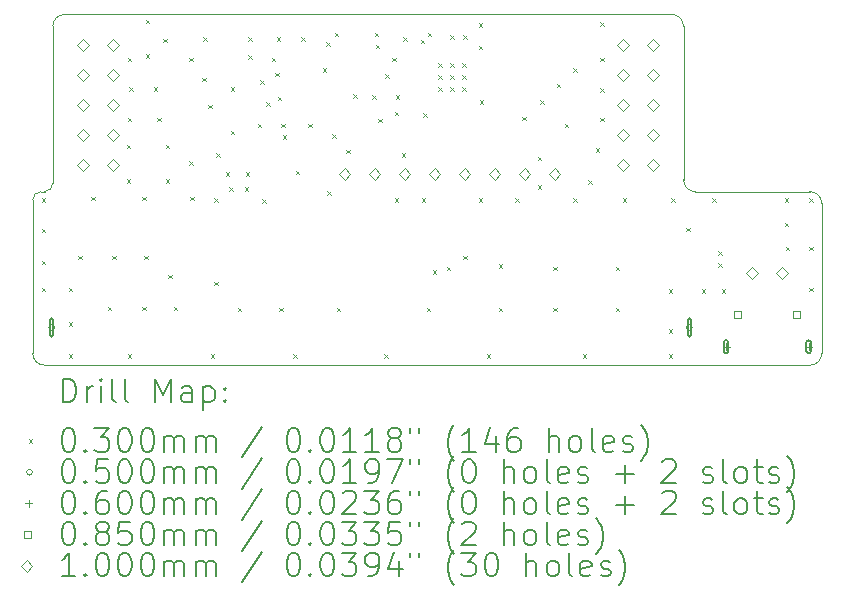
<source format=gbr>
%FSLAX45Y45*%
G04 Gerber Fmt 4.5, Leading zero omitted, Abs format (unit mm)*
G04 Created by KiCad (PCBNEW 5.99.0-unknown-acf13a186~104~ubuntu20.04.1) date 2020-09-23 11:22:36*
%MOMM*%
%LPD*%
G01*
G04 APERTURE LIST*
%TA.AperFunction,Profile*%
%ADD10C,0.050000*%
%TD*%
%ADD11C,0.200000*%
%ADD12C,0.030000*%
%ADD13C,0.050000*%
%ADD14C,0.060000*%
%ADD15C,0.085000*%
%ADD16C,0.100000*%
G04 APERTURE END LIST*
D10*
X9550000Y-11930000D02*
G75*
G03*
X9480000Y-12000000I0J-70000D01*
G01*
X9650000Y-10530000D02*
X9650000Y-11860000D01*
X9580000Y-11930000D02*
G75*
G03*
X9650000Y-11860000I0J70000D01*
G01*
X9480000Y-12000000D02*
X9480000Y-13300000D01*
X9750000Y-10430000D02*
G75*
G03*
X9650000Y-10530000I0J-100000D01*
G01*
X9480000Y-13300000D02*
G75*
G03*
X9580000Y-13400000I100000J0D01*
G01*
X16060000Y-11930000D02*
X15090000Y-11930000D01*
X14990000Y-11830000D02*
G75*
G03*
X15090000Y-11930000I100000J0D01*
G01*
X16060000Y-13400000D02*
G75*
G03*
X16160000Y-13300000I0J100000D01*
G01*
X9580000Y-13400000D02*
X16060000Y-13400000D01*
X9550000Y-11930000D02*
X9580000Y-11930000D01*
X16160000Y-13300000D02*
X16160000Y-12030000D01*
X14990000Y-10530000D02*
G75*
G03*
X14890000Y-10430000I-100000J0D01*
G01*
X14890000Y-10430000D02*
X9750000Y-10430000D01*
X14990000Y-11830000D02*
X14990000Y-10530000D01*
X16160000Y-12030000D02*
G75*
G03*
X16060000Y-11930000I-100000J0D01*
G01*
D11*
D12*
X9555000Y-11985000D02*
X9585000Y-12015000D01*
X9585000Y-11985000D02*
X9555000Y-12015000D01*
X9555000Y-12245000D02*
X9585000Y-12275000D01*
X9585000Y-12245000D02*
X9555000Y-12275000D01*
X9555000Y-12515000D02*
X9585000Y-12545000D01*
X9585000Y-12515000D02*
X9555000Y-12545000D01*
X9555000Y-12745000D02*
X9585000Y-12775000D01*
X9585000Y-12745000D02*
X9555000Y-12775000D01*
X9785000Y-12745000D02*
X9815000Y-12775000D01*
X9815000Y-12745000D02*
X9785000Y-12775000D01*
X9785000Y-13035000D02*
X9815000Y-13065000D01*
X9815000Y-13035000D02*
X9785000Y-13065000D01*
X9785000Y-13305000D02*
X9815000Y-13335000D01*
X9815000Y-13305000D02*
X9785000Y-13335000D01*
X9865000Y-12475000D02*
X9895000Y-12505000D01*
X9895000Y-12475000D02*
X9865000Y-12505000D01*
X9975000Y-11975000D02*
X10005000Y-12005000D01*
X10005000Y-11975000D02*
X9975000Y-12005000D01*
X10115000Y-12905000D02*
X10145000Y-12935000D01*
X10145000Y-12905000D02*
X10115000Y-12935000D01*
X10155000Y-12475000D02*
X10185000Y-12505000D01*
X10185000Y-12475000D02*
X10155000Y-12505000D01*
X10275000Y-11535000D02*
X10305000Y-11565000D01*
X10305000Y-11535000D02*
X10275000Y-11565000D01*
X10275000Y-11825000D02*
X10305000Y-11855000D01*
X10305000Y-11825000D02*
X10275000Y-11855000D01*
X10285000Y-10795000D02*
X10315000Y-10825000D01*
X10315000Y-10795000D02*
X10285000Y-10825000D01*
X10285000Y-11305000D02*
X10315000Y-11335000D01*
X10315000Y-11305000D02*
X10285000Y-11335000D01*
X10285000Y-13305000D02*
X10315000Y-13335000D01*
X10315000Y-13305000D02*
X10285000Y-13335000D01*
X10295000Y-11045000D02*
X10325000Y-11075000D01*
X10325000Y-11045000D02*
X10295000Y-11075000D01*
X10405000Y-11975000D02*
X10435000Y-12005000D01*
X10435000Y-11975000D02*
X10405000Y-12005000D01*
X10405000Y-12905000D02*
X10435000Y-12935000D01*
X10435000Y-12905000D02*
X10405000Y-12935000D01*
X10425000Y-12475000D02*
X10455000Y-12505000D01*
X10455000Y-12475000D02*
X10425000Y-12505000D01*
X10435000Y-10475000D02*
X10465000Y-10505000D01*
X10465000Y-10475000D02*
X10435000Y-10505000D01*
X10435000Y-10765000D02*
X10465000Y-10795000D01*
X10465000Y-10765000D02*
X10435000Y-10795000D01*
X10505000Y-11045000D02*
X10535000Y-11075000D01*
X10535000Y-11045000D02*
X10505000Y-11075000D01*
X10535000Y-11305000D02*
X10565000Y-11335000D01*
X10565000Y-11305000D02*
X10535000Y-11335000D01*
X10585000Y-10635000D02*
X10615000Y-10665000D01*
X10615000Y-10635000D02*
X10585000Y-10665000D01*
X10605000Y-11535000D02*
X10635000Y-11565000D01*
X10635000Y-11535000D02*
X10605000Y-11565000D01*
X10605000Y-11825000D02*
X10635000Y-11855000D01*
X10635000Y-11825000D02*
X10605000Y-11855000D01*
X10625000Y-12635000D02*
X10655000Y-12665000D01*
X10655000Y-12635000D02*
X10625000Y-12665000D01*
X10675000Y-12905000D02*
X10705000Y-12935000D01*
X10705000Y-12905000D02*
X10675000Y-12935000D01*
X10805000Y-10795000D02*
X10835000Y-10825000D01*
X10835000Y-10795000D02*
X10805000Y-10825000D01*
X10805000Y-11675000D02*
X10835000Y-11705000D01*
X10835000Y-11675000D02*
X10805000Y-11705000D01*
X10815000Y-11975000D02*
X10845000Y-12005000D01*
X10845000Y-11975000D02*
X10815000Y-12005000D01*
X10915000Y-10965000D02*
X10945000Y-10995000D01*
X10945000Y-10965000D02*
X10915000Y-10995000D01*
X10925000Y-10625000D02*
X10955000Y-10655000D01*
X10955000Y-10625000D02*
X10925000Y-10655000D01*
X10965000Y-11195000D02*
X10995000Y-11225000D01*
X10995000Y-11195000D02*
X10965000Y-11225000D01*
X10985000Y-13305000D02*
X11015000Y-13335000D01*
X11015000Y-13305000D02*
X10985000Y-13335000D01*
X11015000Y-11985000D02*
X11045000Y-12015000D01*
X11045000Y-11985000D02*
X11015000Y-12015000D01*
X11015000Y-12695000D02*
X11045000Y-12725000D01*
X11045000Y-12695000D02*
X11015000Y-12725000D01*
X11035000Y-11605000D02*
X11065000Y-11635000D01*
X11065000Y-11605000D02*
X11035000Y-11635000D01*
X11115000Y-11765000D02*
X11145000Y-11795000D01*
X11145000Y-11765000D02*
X11115000Y-11795000D01*
X11145000Y-11895000D02*
X11175000Y-11925000D01*
X11175000Y-11895000D02*
X11145000Y-11925000D01*
X11155000Y-11045000D02*
X11185000Y-11075000D01*
X11185000Y-11045000D02*
X11155000Y-11075000D01*
X11155000Y-11415000D02*
X11185000Y-11445000D01*
X11185000Y-11415000D02*
X11155000Y-11445000D01*
X11215000Y-12915000D02*
X11245000Y-12945000D01*
X11245000Y-12915000D02*
X11215000Y-12945000D01*
X11275000Y-11895000D02*
X11305000Y-11925000D01*
X11305000Y-11895000D02*
X11275000Y-11925000D01*
X11285000Y-11765000D02*
X11315000Y-11795000D01*
X11315000Y-11765000D02*
X11285000Y-11795000D01*
X11305000Y-10625000D02*
X11335000Y-10655000D01*
X11335000Y-10625000D02*
X11305000Y-10655000D01*
X11305000Y-10775000D02*
X11335000Y-10805000D01*
X11335000Y-10775000D02*
X11305000Y-10805000D01*
X11385000Y-11355000D02*
X11415000Y-11385000D01*
X11415000Y-11355000D02*
X11385000Y-11385000D01*
X11405000Y-10985000D02*
X11435000Y-11015000D01*
X11435000Y-10985000D02*
X11405000Y-11015000D01*
X11425000Y-11995000D02*
X11455000Y-12025000D01*
X11455000Y-11995000D02*
X11425000Y-12025000D01*
X11455000Y-11175000D02*
X11485000Y-11205000D01*
X11485000Y-11175000D02*
X11455000Y-11205000D01*
X11505000Y-10795000D02*
X11535000Y-10825000D01*
X11535000Y-10795000D02*
X11505000Y-10825000D01*
X11535000Y-10925000D02*
X11565000Y-10955000D01*
X11565000Y-10925000D02*
X11535000Y-10955000D01*
X11545000Y-10625000D02*
X11575000Y-10655000D01*
X11575000Y-10625000D02*
X11545000Y-10655000D01*
X11555000Y-11125000D02*
X11585000Y-11155000D01*
X11585000Y-11125000D02*
X11555000Y-11155000D01*
X11565000Y-12915000D02*
X11595000Y-12945000D01*
X11595000Y-12915000D02*
X11565000Y-12945000D01*
X11585000Y-11355000D02*
X11615000Y-11385000D01*
X11615000Y-11355000D02*
X11585000Y-11385000D01*
X11595000Y-11455000D02*
X11625000Y-11485000D01*
X11625000Y-11455000D02*
X11595000Y-11485000D01*
X11685000Y-13305000D02*
X11715000Y-13335000D01*
X11715000Y-13305000D02*
X11685000Y-13335000D01*
X11705000Y-11755000D02*
X11735000Y-11785000D01*
X11735000Y-11755000D02*
X11705000Y-11785000D01*
X11755000Y-10625000D02*
X11785000Y-10655000D01*
X11785000Y-10625000D02*
X11755000Y-10655000D01*
X11811250Y-11355000D02*
X11841250Y-11385000D01*
X11841250Y-11355000D02*
X11811250Y-11385000D01*
X11935000Y-10885000D02*
X11965000Y-10915000D01*
X11965000Y-10885000D02*
X11935000Y-10915000D01*
X11965000Y-10665000D02*
X11995000Y-10695000D01*
X11995000Y-10665000D02*
X11965000Y-10695000D01*
X11975000Y-11925000D02*
X12005000Y-11955000D01*
X12005000Y-11925000D02*
X11975000Y-11955000D01*
X12015000Y-11445000D02*
X12045000Y-11475000D01*
X12045000Y-11445000D02*
X12015000Y-11475000D01*
X12035000Y-10585000D02*
X12065000Y-10615000D01*
X12065000Y-10585000D02*
X12035000Y-10615000D01*
X12055000Y-12915000D02*
X12085000Y-12945000D01*
X12085000Y-12915000D02*
X12055000Y-12945000D01*
X12135000Y-11575000D02*
X12165000Y-11605000D01*
X12165000Y-11575000D02*
X12135000Y-11605000D01*
X12195000Y-11105000D02*
X12225000Y-11135000D01*
X12225000Y-11105000D02*
X12195000Y-11135000D01*
X12355000Y-11115000D02*
X12385000Y-11145000D01*
X12385000Y-11115000D02*
X12355000Y-11145000D01*
X12375000Y-10585000D02*
X12405000Y-10615000D01*
X12405000Y-10585000D02*
X12375000Y-10615000D01*
X12385000Y-10685000D02*
X12415000Y-10715000D01*
X12415000Y-10685000D02*
X12385000Y-10715000D01*
X12405000Y-11315000D02*
X12435000Y-11345000D01*
X12435000Y-11315000D02*
X12405000Y-11345000D01*
X12455000Y-13305000D02*
X12485000Y-13335000D01*
X12485000Y-13305000D02*
X12455000Y-13335000D01*
X12465000Y-10935000D02*
X12495000Y-10965000D01*
X12495000Y-10935000D02*
X12465000Y-10965000D01*
X12525000Y-10795000D02*
X12555000Y-10825000D01*
X12555000Y-10795000D02*
X12525000Y-10825000D01*
X12545000Y-11255000D02*
X12575000Y-11285000D01*
X12575000Y-11255000D02*
X12545000Y-11285000D01*
X12545000Y-11985000D02*
X12575000Y-12015000D01*
X12575000Y-11985000D02*
X12545000Y-12015000D01*
X12555000Y-11115000D02*
X12585000Y-11145000D01*
X12585000Y-11115000D02*
X12555000Y-11145000D01*
X12605000Y-11605000D02*
X12635000Y-11635000D01*
X12635000Y-11605000D02*
X12605000Y-11635000D01*
X12615000Y-10625000D02*
X12645000Y-10655000D01*
X12645000Y-10625000D02*
X12615000Y-10655000D01*
X12765000Y-10645000D02*
X12795000Y-10675000D01*
X12795000Y-10645000D02*
X12765000Y-10675000D01*
X12775000Y-11985000D02*
X12805000Y-12015000D01*
X12805000Y-11985000D02*
X12775000Y-12015000D01*
X12785000Y-11265000D02*
X12815000Y-11295000D01*
X12815000Y-11265000D02*
X12785000Y-11295000D01*
X12815000Y-12915000D02*
X12845000Y-12945000D01*
X12845000Y-12915000D02*
X12815000Y-12945000D01*
X12825000Y-10585000D02*
X12855000Y-10615000D01*
X12855000Y-10585000D02*
X12825000Y-10615000D01*
X12865000Y-12595000D02*
X12895000Y-12625000D01*
X12895000Y-12595000D02*
X12865000Y-12625000D01*
X12985000Y-12565000D02*
X13015000Y-12595000D01*
X13015000Y-12565000D02*
X12985000Y-12595000D01*
X13015000Y-10605000D02*
X13045000Y-10635000D01*
X13045000Y-10605000D02*
X13015000Y-10635000D01*
X13125000Y-10605000D02*
X13155000Y-10635000D01*
X13155000Y-10605000D02*
X13125000Y-10635000D01*
X13125000Y-12475000D02*
X13155000Y-12505000D01*
X13155000Y-12475000D02*
X13125000Y-12505000D01*
X13255000Y-10505000D02*
X13285000Y-10535000D01*
X13285000Y-10505000D02*
X13255000Y-10535000D01*
X13255000Y-10695000D02*
X13285000Y-10725000D01*
X13285000Y-10695000D02*
X13255000Y-10725000D01*
X13255000Y-11985000D02*
X13285000Y-12015000D01*
X13285000Y-11985000D02*
X13255000Y-12015000D01*
X13265000Y-11155000D02*
X13295000Y-11185000D01*
X13295000Y-11155000D02*
X13265000Y-11185000D01*
X13325000Y-13305000D02*
X13355000Y-13335000D01*
X13355000Y-13305000D02*
X13325000Y-13335000D01*
X13425000Y-12545000D02*
X13455000Y-12575000D01*
X13455000Y-12545000D02*
X13425000Y-12575000D01*
X13425000Y-12915000D02*
X13455000Y-12945000D01*
X13455000Y-12915000D02*
X13425000Y-12945000D01*
X13565000Y-11985000D02*
X13595000Y-12015000D01*
X13595000Y-11985000D02*
X13565000Y-12015000D01*
X13625000Y-11295000D02*
X13655000Y-11325000D01*
X13655000Y-11295000D02*
X13625000Y-11325000D01*
X13755000Y-11635000D02*
X13785000Y-11665000D01*
X13785000Y-11635000D02*
X13755000Y-11665000D01*
X13755000Y-11875000D02*
X13785000Y-11905000D01*
X13785000Y-11875000D02*
X13755000Y-11905000D01*
X13775000Y-11155000D02*
X13805000Y-11185000D01*
X13805000Y-11155000D02*
X13775000Y-11185000D01*
X13885000Y-12565000D02*
X13915000Y-12595000D01*
X13915000Y-12565000D02*
X13885000Y-12595000D01*
X13885000Y-12915000D02*
X13915000Y-12945000D01*
X13915000Y-12915000D02*
X13885000Y-12945000D01*
X13915000Y-11015000D02*
X13945000Y-11045000D01*
X13945000Y-11015000D02*
X13915000Y-11045000D01*
X13985000Y-11355000D02*
X14015000Y-11385000D01*
X14015000Y-11355000D02*
X13985000Y-11385000D01*
X14055000Y-10885000D02*
X14085000Y-10915000D01*
X14085000Y-10885000D02*
X14055000Y-10915000D01*
X14055000Y-11985000D02*
X14085000Y-12015000D01*
X14085000Y-11985000D02*
X14055000Y-12015000D01*
X14135000Y-13305000D02*
X14165000Y-13335000D01*
X14165000Y-13305000D02*
X14135000Y-13335000D01*
X14185000Y-11835000D02*
X14215000Y-11865000D01*
X14215000Y-11835000D02*
X14185000Y-11865000D01*
X14245000Y-11565000D02*
X14275000Y-11595000D01*
X14275000Y-11565000D02*
X14245000Y-11595000D01*
X14285000Y-10495000D02*
X14315000Y-10525000D01*
X14315000Y-10495000D02*
X14285000Y-10525000D01*
X14285000Y-10795000D02*
X14315000Y-10825000D01*
X14315000Y-10795000D02*
X14285000Y-10825000D01*
X14285000Y-11055000D02*
X14315000Y-11085000D01*
X14315000Y-11055000D02*
X14285000Y-11085000D01*
X14285000Y-11305000D02*
X14315000Y-11335000D01*
X14315000Y-11305000D02*
X14285000Y-11335000D01*
X14415000Y-12565000D02*
X14445000Y-12595000D01*
X14445000Y-12565000D02*
X14415000Y-12595000D01*
X14415000Y-12915000D02*
X14445000Y-12945000D01*
X14445000Y-12915000D02*
X14415000Y-12945000D01*
X14475000Y-11985000D02*
X14505000Y-12015000D01*
X14505000Y-11985000D02*
X14475000Y-12015000D01*
X14865000Y-12755000D02*
X14895000Y-12785000D01*
X14895000Y-12755000D02*
X14865000Y-12785000D01*
X14865000Y-13095000D02*
X14895000Y-13125000D01*
X14895000Y-13095000D02*
X14865000Y-13125000D01*
X14865000Y-13305000D02*
X14895000Y-13335000D01*
X14895000Y-13305000D02*
X14865000Y-13335000D01*
X14885000Y-11985000D02*
X14915000Y-12015000D01*
X14915000Y-11985000D02*
X14885000Y-12015000D01*
X15015000Y-12235000D02*
X15045000Y-12265000D01*
X15045000Y-12235000D02*
X15015000Y-12265000D01*
X15145000Y-12755000D02*
X15175000Y-12785000D01*
X15175000Y-12755000D02*
X15145000Y-12785000D01*
X15235000Y-11985000D02*
X15265000Y-12015000D01*
X15265000Y-11985000D02*
X15235000Y-12015000D01*
X15285000Y-12435000D02*
X15315000Y-12465000D01*
X15315000Y-12435000D02*
X15285000Y-12465000D01*
X15285000Y-12535000D02*
X15315000Y-12565000D01*
X15315000Y-12535000D02*
X15285000Y-12565000D01*
X15315000Y-12755000D02*
X15345000Y-12785000D01*
X15345000Y-12755000D02*
X15315000Y-12785000D01*
X15845000Y-11985000D02*
X15875000Y-12015000D01*
X15875000Y-11985000D02*
X15845000Y-12015000D01*
X15845000Y-12195000D02*
X15875000Y-12225000D01*
X15875000Y-12195000D02*
X15845000Y-12225000D01*
X15855000Y-12395000D02*
X15885000Y-12425000D01*
X15885000Y-12395000D02*
X15855000Y-12425000D01*
X16055000Y-11985000D02*
X16085000Y-12015000D01*
X16085000Y-11985000D02*
X16055000Y-12015000D01*
X16055000Y-12395000D02*
X16085000Y-12425000D01*
X16085000Y-12395000D02*
X16055000Y-12425000D01*
X16055000Y-12745000D02*
X16085000Y-12775000D01*
X16085000Y-12745000D02*
X16055000Y-12775000D01*
X12915000Y-10845000D02*
X12945000Y-10875000D01*
X12945000Y-10845000D02*
X12915000Y-10875000D01*
X12915000Y-10945000D02*
X12945000Y-10975000D01*
X12945000Y-10945000D02*
X12915000Y-10975000D01*
X12915000Y-11045000D02*
X12945000Y-11075000D01*
X12945000Y-11045000D02*
X12915000Y-11075000D01*
X13015000Y-10845000D02*
X13045000Y-10875000D01*
X13045000Y-10845000D02*
X13015000Y-10875000D01*
X13015000Y-10945000D02*
X13045000Y-10975000D01*
X13045000Y-10945000D02*
X13015000Y-10975000D01*
X13015000Y-11045000D02*
X13045000Y-11075000D01*
X13045000Y-11045000D02*
X13015000Y-11075000D01*
X13115000Y-10845000D02*
X13145000Y-10875000D01*
X13145000Y-10845000D02*
X13115000Y-10875000D01*
X13115000Y-10945000D02*
X13145000Y-10975000D01*
X13145000Y-10945000D02*
X13115000Y-10975000D01*
X13115000Y-11045000D02*
X13145000Y-11075000D01*
X13145000Y-11045000D02*
X13115000Y-11075000D01*
D13*
X9665000Y-13081000D02*
G75*
G03*
X9665000Y-13081000I-25000J0D01*
G01*
D11*
X9655000Y-13146000D02*
X9655000Y-13016000D01*
X9625000Y-13146000D02*
X9625000Y-13016000D01*
X9655000Y-13016000D02*
G75*
G03*
X9625000Y-13016000I-15000J0D01*
G01*
X9625000Y-13146000D02*
G75*
G03*
X9655000Y-13146000I15000J0D01*
G01*
D13*
X15065000Y-13081000D02*
G75*
G03*
X15065000Y-13081000I-25000J0D01*
G01*
D11*
X15055000Y-13146000D02*
X15055000Y-13016000D01*
X15025000Y-13146000D02*
X15025000Y-13016000D01*
X15055000Y-13016000D02*
G75*
G03*
X15025000Y-13016000I-15000J0D01*
G01*
X15025000Y-13146000D02*
G75*
G03*
X15055000Y-13146000I15000J0D01*
G01*
D14*
X15350000Y-13213750D02*
X15350000Y-13273750D01*
X15320000Y-13243750D02*
X15380000Y-13243750D01*
D11*
X15370000Y-13278750D02*
X15370000Y-13208750D01*
X15330000Y-13278750D02*
X15330000Y-13208750D01*
X15370000Y-13208750D02*
G75*
G03*
X15330000Y-13208750I-20000J0D01*
G01*
X15330000Y-13278750D02*
G75*
G03*
X15370000Y-13278750I20000J0D01*
G01*
D14*
X16050000Y-13213750D02*
X16050000Y-13273750D01*
X16020000Y-13243750D02*
X16080000Y-13243750D01*
D11*
X16030000Y-13208750D02*
X16030000Y-13278750D01*
X16070000Y-13208750D02*
X16070000Y-13278750D01*
X16030000Y-13278750D02*
G75*
G03*
X16070000Y-13278750I20000J0D01*
G01*
X16070000Y-13208750D02*
G75*
G03*
X16030000Y-13208750I-20000J0D01*
G01*
D15*
X15480052Y-13003802D02*
X15480052Y-12943698D01*
X15419948Y-12943698D01*
X15419948Y-13003802D01*
X15480052Y-13003802D01*
X15980052Y-13003802D02*
X15980052Y-12943698D01*
X15919948Y-12943698D01*
X15919948Y-13003802D01*
X15980052Y-13003802D01*
D16*
X9906000Y-10737500D02*
X9956000Y-10687500D01*
X9906000Y-10637500D01*
X9856000Y-10687500D01*
X9906000Y-10737500D01*
X9906000Y-10991500D02*
X9956000Y-10941500D01*
X9906000Y-10891500D01*
X9856000Y-10941500D01*
X9906000Y-10991500D01*
X9906000Y-11245500D02*
X9956000Y-11195500D01*
X9906000Y-11145500D01*
X9856000Y-11195500D01*
X9906000Y-11245500D01*
X9906000Y-11499500D02*
X9956000Y-11449500D01*
X9906000Y-11399500D01*
X9856000Y-11449500D01*
X9906000Y-11499500D01*
X9906000Y-11753500D02*
X9956000Y-11703500D01*
X9906000Y-11653500D01*
X9856000Y-11703500D01*
X9906000Y-11753500D01*
X10160000Y-10737500D02*
X10210000Y-10687500D01*
X10160000Y-10637500D01*
X10110000Y-10687500D01*
X10160000Y-10737500D01*
X10160000Y-10991500D02*
X10210000Y-10941500D01*
X10160000Y-10891500D01*
X10110000Y-10941500D01*
X10160000Y-10991500D01*
X10160000Y-11245500D02*
X10210000Y-11195500D01*
X10160000Y-11145500D01*
X10110000Y-11195500D01*
X10160000Y-11245500D01*
X10160000Y-11499500D02*
X10210000Y-11449500D01*
X10160000Y-11399500D01*
X10110000Y-11449500D01*
X10160000Y-11499500D01*
X10160000Y-11753500D02*
X10210000Y-11703500D01*
X10160000Y-11653500D01*
X10110000Y-11703500D01*
X10160000Y-11753500D01*
X14478000Y-10737500D02*
X14528000Y-10687500D01*
X14478000Y-10637500D01*
X14428000Y-10687500D01*
X14478000Y-10737500D01*
X14478000Y-10991500D02*
X14528000Y-10941500D01*
X14478000Y-10891500D01*
X14428000Y-10941500D01*
X14478000Y-10991500D01*
X14478000Y-11245500D02*
X14528000Y-11195500D01*
X14478000Y-11145500D01*
X14428000Y-11195500D01*
X14478000Y-11245500D01*
X14478000Y-11499500D02*
X14528000Y-11449500D01*
X14478000Y-11399500D01*
X14428000Y-11449500D01*
X14478000Y-11499500D01*
X14478000Y-11753500D02*
X14528000Y-11703500D01*
X14478000Y-11653500D01*
X14428000Y-11703500D01*
X14478000Y-11753500D01*
X14732000Y-10737500D02*
X14782000Y-10687500D01*
X14732000Y-10637500D01*
X14682000Y-10687500D01*
X14732000Y-10737500D01*
X14732000Y-10991500D02*
X14782000Y-10941500D01*
X14732000Y-10891500D01*
X14682000Y-10941500D01*
X14732000Y-10991500D01*
X14732000Y-11245500D02*
X14782000Y-11195500D01*
X14732000Y-11145500D01*
X14682000Y-11195500D01*
X14732000Y-11245500D01*
X14732000Y-11499500D02*
X14782000Y-11449500D01*
X14732000Y-11399500D01*
X14682000Y-11449500D01*
X14732000Y-11499500D01*
X14732000Y-11753500D02*
X14782000Y-11703500D01*
X14732000Y-11653500D01*
X14682000Y-11703500D01*
X14732000Y-11753500D01*
X15570000Y-12670000D02*
X15620000Y-12620000D01*
X15570000Y-12570000D01*
X15520000Y-12620000D01*
X15570000Y-12670000D01*
X15824000Y-12670000D02*
X15874000Y-12620000D01*
X15824000Y-12570000D01*
X15774000Y-12620000D01*
X15824000Y-12670000D01*
X12120000Y-11830000D02*
X12170000Y-11780000D01*
X12120000Y-11730000D01*
X12070000Y-11780000D01*
X12120000Y-11830000D01*
X12374000Y-11830000D02*
X12424000Y-11780000D01*
X12374000Y-11730000D01*
X12324000Y-11780000D01*
X12374000Y-11830000D01*
X12628000Y-11830000D02*
X12678000Y-11780000D01*
X12628000Y-11730000D01*
X12578000Y-11780000D01*
X12628000Y-11830000D01*
X12882000Y-11830000D02*
X12932000Y-11780000D01*
X12882000Y-11730000D01*
X12832000Y-11780000D01*
X12882000Y-11830000D01*
X13136000Y-11830000D02*
X13186000Y-11780000D01*
X13136000Y-11730000D01*
X13086000Y-11780000D01*
X13136000Y-11830000D01*
X13390000Y-11830000D02*
X13440000Y-11780000D01*
X13390000Y-11730000D01*
X13340000Y-11780000D01*
X13390000Y-11830000D01*
X13644000Y-11830000D02*
X13694000Y-11780000D01*
X13644000Y-11730000D01*
X13594000Y-11780000D01*
X13644000Y-11830000D01*
X13898000Y-11830000D02*
X13948000Y-11780000D01*
X13898000Y-11730000D01*
X13848000Y-11780000D01*
X13898000Y-11830000D01*
D11*
X9735119Y-13712976D02*
X9735119Y-13512976D01*
X9782738Y-13512976D01*
X9811309Y-13522500D01*
X9830357Y-13541548D01*
X9839881Y-13560595D01*
X9849405Y-13598690D01*
X9849405Y-13627262D01*
X9839881Y-13665357D01*
X9830357Y-13684405D01*
X9811309Y-13703452D01*
X9782738Y-13712976D01*
X9735119Y-13712976D01*
X9935119Y-13712976D02*
X9935119Y-13579643D01*
X9935119Y-13617738D02*
X9944643Y-13598690D01*
X9954167Y-13589167D01*
X9973214Y-13579643D01*
X9992262Y-13579643D01*
X10058928Y-13712976D02*
X10058928Y-13579643D01*
X10058928Y-13512976D02*
X10049405Y-13522500D01*
X10058928Y-13532024D01*
X10068452Y-13522500D01*
X10058928Y-13512976D01*
X10058928Y-13532024D01*
X10182738Y-13712976D02*
X10163690Y-13703452D01*
X10154167Y-13684405D01*
X10154167Y-13512976D01*
X10287500Y-13712976D02*
X10268452Y-13703452D01*
X10258928Y-13684405D01*
X10258928Y-13512976D01*
X10516071Y-13712976D02*
X10516071Y-13512976D01*
X10582738Y-13655833D01*
X10649405Y-13512976D01*
X10649405Y-13712976D01*
X10830357Y-13712976D02*
X10830357Y-13608214D01*
X10820833Y-13589167D01*
X10801786Y-13579643D01*
X10763690Y-13579643D01*
X10744643Y-13589167D01*
X10830357Y-13703452D02*
X10811309Y-13712976D01*
X10763690Y-13712976D01*
X10744643Y-13703452D01*
X10735119Y-13684405D01*
X10735119Y-13665357D01*
X10744643Y-13646310D01*
X10763690Y-13636786D01*
X10811309Y-13636786D01*
X10830357Y-13627262D01*
X10925595Y-13579643D02*
X10925595Y-13779643D01*
X10925595Y-13589167D02*
X10944643Y-13579643D01*
X10982738Y-13579643D01*
X11001786Y-13589167D01*
X11011309Y-13598690D01*
X11020833Y-13617738D01*
X11020833Y-13674881D01*
X11011309Y-13693929D01*
X11001786Y-13703452D01*
X10982738Y-13712976D01*
X10944643Y-13712976D01*
X10925595Y-13703452D01*
X11106548Y-13693929D02*
X11116071Y-13703452D01*
X11106548Y-13712976D01*
X11097024Y-13703452D01*
X11106548Y-13693929D01*
X11106548Y-13712976D01*
X11106548Y-13589167D02*
X11116071Y-13598690D01*
X11106548Y-13608214D01*
X11097024Y-13598690D01*
X11106548Y-13589167D01*
X11106548Y-13608214D01*
D12*
X9447500Y-14027500D02*
X9477500Y-14057500D01*
X9477500Y-14027500D02*
X9447500Y-14057500D01*
D11*
X9773214Y-13932976D02*
X9792262Y-13932976D01*
X9811309Y-13942500D01*
X9820833Y-13952024D01*
X9830357Y-13971071D01*
X9839881Y-14009167D01*
X9839881Y-14056786D01*
X9830357Y-14094881D01*
X9820833Y-14113929D01*
X9811309Y-14123452D01*
X9792262Y-14132976D01*
X9773214Y-14132976D01*
X9754167Y-14123452D01*
X9744643Y-14113929D01*
X9735119Y-14094881D01*
X9725595Y-14056786D01*
X9725595Y-14009167D01*
X9735119Y-13971071D01*
X9744643Y-13952024D01*
X9754167Y-13942500D01*
X9773214Y-13932976D01*
X9925595Y-14113929D02*
X9935119Y-14123452D01*
X9925595Y-14132976D01*
X9916071Y-14123452D01*
X9925595Y-14113929D01*
X9925595Y-14132976D01*
X10001786Y-13932976D02*
X10125595Y-13932976D01*
X10058928Y-14009167D01*
X10087500Y-14009167D01*
X10106548Y-14018690D01*
X10116071Y-14028214D01*
X10125595Y-14047262D01*
X10125595Y-14094881D01*
X10116071Y-14113929D01*
X10106548Y-14123452D01*
X10087500Y-14132976D01*
X10030357Y-14132976D01*
X10011309Y-14123452D01*
X10001786Y-14113929D01*
X10249405Y-13932976D02*
X10268452Y-13932976D01*
X10287500Y-13942500D01*
X10297024Y-13952024D01*
X10306548Y-13971071D01*
X10316071Y-14009167D01*
X10316071Y-14056786D01*
X10306548Y-14094881D01*
X10297024Y-14113929D01*
X10287500Y-14123452D01*
X10268452Y-14132976D01*
X10249405Y-14132976D01*
X10230357Y-14123452D01*
X10220833Y-14113929D01*
X10211309Y-14094881D01*
X10201786Y-14056786D01*
X10201786Y-14009167D01*
X10211309Y-13971071D01*
X10220833Y-13952024D01*
X10230357Y-13942500D01*
X10249405Y-13932976D01*
X10439881Y-13932976D02*
X10458928Y-13932976D01*
X10477976Y-13942500D01*
X10487500Y-13952024D01*
X10497024Y-13971071D01*
X10506548Y-14009167D01*
X10506548Y-14056786D01*
X10497024Y-14094881D01*
X10487500Y-14113929D01*
X10477976Y-14123452D01*
X10458928Y-14132976D01*
X10439881Y-14132976D01*
X10420833Y-14123452D01*
X10411309Y-14113929D01*
X10401786Y-14094881D01*
X10392262Y-14056786D01*
X10392262Y-14009167D01*
X10401786Y-13971071D01*
X10411309Y-13952024D01*
X10420833Y-13942500D01*
X10439881Y-13932976D01*
X10592262Y-14132976D02*
X10592262Y-13999643D01*
X10592262Y-14018690D02*
X10601786Y-14009167D01*
X10620833Y-13999643D01*
X10649405Y-13999643D01*
X10668452Y-14009167D01*
X10677976Y-14028214D01*
X10677976Y-14132976D01*
X10677976Y-14028214D02*
X10687500Y-14009167D01*
X10706548Y-13999643D01*
X10735119Y-13999643D01*
X10754167Y-14009167D01*
X10763690Y-14028214D01*
X10763690Y-14132976D01*
X10858928Y-14132976D02*
X10858928Y-13999643D01*
X10858928Y-14018690D02*
X10868452Y-14009167D01*
X10887500Y-13999643D01*
X10916071Y-13999643D01*
X10935119Y-14009167D01*
X10944643Y-14028214D01*
X10944643Y-14132976D01*
X10944643Y-14028214D02*
X10954167Y-14009167D01*
X10973214Y-13999643D01*
X11001786Y-13999643D01*
X11020833Y-14009167D01*
X11030357Y-14028214D01*
X11030357Y-14132976D01*
X11420833Y-13923452D02*
X11249405Y-14180595D01*
X11677976Y-13932976D02*
X11697024Y-13932976D01*
X11716071Y-13942500D01*
X11725595Y-13952024D01*
X11735119Y-13971071D01*
X11744643Y-14009167D01*
X11744643Y-14056786D01*
X11735119Y-14094881D01*
X11725595Y-14113929D01*
X11716071Y-14123452D01*
X11697024Y-14132976D01*
X11677976Y-14132976D01*
X11658928Y-14123452D01*
X11649405Y-14113929D01*
X11639881Y-14094881D01*
X11630357Y-14056786D01*
X11630357Y-14009167D01*
X11639881Y-13971071D01*
X11649405Y-13952024D01*
X11658928Y-13942500D01*
X11677976Y-13932976D01*
X11830357Y-14113929D02*
X11839881Y-14123452D01*
X11830357Y-14132976D01*
X11820833Y-14123452D01*
X11830357Y-14113929D01*
X11830357Y-14132976D01*
X11963690Y-13932976D02*
X11982738Y-13932976D01*
X12001786Y-13942500D01*
X12011309Y-13952024D01*
X12020833Y-13971071D01*
X12030357Y-14009167D01*
X12030357Y-14056786D01*
X12020833Y-14094881D01*
X12011309Y-14113929D01*
X12001786Y-14123452D01*
X11982738Y-14132976D01*
X11963690Y-14132976D01*
X11944643Y-14123452D01*
X11935119Y-14113929D01*
X11925595Y-14094881D01*
X11916071Y-14056786D01*
X11916071Y-14009167D01*
X11925595Y-13971071D01*
X11935119Y-13952024D01*
X11944643Y-13942500D01*
X11963690Y-13932976D01*
X12220833Y-14132976D02*
X12106547Y-14132976D01*
X12163690Y-14132976D02*
X12163690Y-13932976D01*
X12144643Y-13961548D01*
X12125595Y-13980595D01*
X12106547Y-13990119D01*
X12411309Y-14132976D02*
X12297024Y-14132976D01*
X12354166Y-14132976D02*
X12354166Y-13932976D01*
X12335119Y-13961548D01*
X12316071Y-13980595D01*
X12297024Y-13990119D01*
X12525595Y-14018690D02*
X12506547Y-14009167D01*
X12497024Y-13999643D01*
X12487500Y-13980595D01*
X12487500Y-13971071D01*
X12497024Y-13952024D01*
X12506547Y-13942500D01*
X12525595Y-13932976D01*
X12563690Y-13932976D01*
X12582738Y-13942500D01*
X12592262Y-13952024D01*
X12601786Y-13971071D01*
X12601786Y-13980595D01*
X12592262Y-13999643D01*
X12582738Y-14009167D01*
X12563690Y-14018690D01*
X12525595Y-14018690D01*
X12506547Y-14028214D01*
X12497024Y-14037738D01*
X12487500Y-14056786D01*
X12487500Y-14094881D01*
X12497024Y-14113929D01*
X12506547Y-14123452D01*
X12525595Y-14132976D01*
X12563690Y-14132976D01*
X12582738Y-14123452D01*
X12592262Y-14113929D01*
X12601786Y-14094881D01*
X12601786Y-14056786D01*
X12592262Y-14037738D01*
X12582738Y-14028214D01*
X12563690Y-14018690D01*
X12677976Y-13932976D02*
X12677976Y-13971071D01*
X12754166Y-13932976D02*
X12754166Y-13971071D01*
X13049405Y-14209167D02*
X13039881Y-14199643D01*
X13020833Y-14171071D01*
X13011309Y-14152024D01*
X13001786Y-14123452D01*
X12992262Y-14075833D01*
X12992262Y-14037738D01*
X13001786Y-13990119D01*
X13011309Y-13961548D01*
X13020833Y-13942500D01*
X13039881Y-13913929D01*
X13049405Y-13904405D01*
X13230357Y-14132976D02*
X13116071Y-14132976D01*
X13173214Y-14132976D02*
X13173214Y-13932976D01*
X13154166Y-13961548D01*
X13135119Y-13980595D01*
X13116071Y-13990119D01*
X13401786Y-13999643D02*
X13401786Y-14132976D01*
X13354166Y-13923452D02*
X13306547Y-14066310D01*
X13430357Y-14066310D01*
X13592262Y-13932976D02*
X13554166Y-13932976D01*
X13535119Y-13942500D01*
X13525595Y-13952024D01*
X13506547Y-13980595D01*
X13497024Y-14018690D01*
X13497024Y-14094881D01*
X13506547Y-14113929D01*
X13516071Y-14123452D01*
X13535119Y-14132976D01*
X13573214Y-14132976D01*
X13592262Y-14123452D01*
X13601786Y-14113929D01*
X13611309Y-14094881D01*
X13611309Y-14047262D01*
X13601786Y-14028214D01*
X13592262Y-14018690D01*
X13573214Y-14009167D01*
X13535119Y-14009167D01*
X13516071Y-14018690D01*
X13506547Y-14028214D01*
X13497024Y-14047262D01*
X13849405Y-14132976D02*
X13849405Y-13932976D01*
X13935119Y-14132976D02*
X13935119Y-14028214D01*
X13925595Y-14009167D01*
X13906547Y-13999643D01*
X13877976Y-13999643D01*
X13858928Y-14009167D01*
X13849405Y-14018690D01*
X14058928Y-14132976D02*
X14039881Y-14123452D01*
X14030357Y-14113929D01*
X14020833Y-14094881D01*
X14020833Y-14037738D01*
X14030357Y-14018690D01*
X14039881Y-14009167D01*
X14058928Y-13999643D01*
X14087500Y-13999643D01*
X14106547Y-14009167D01*
X14116071Y-14018690D01*
X14125595Y-14037738D01*
X14125595Y-14094881D01*
X14116071Y-14113929D01*
X14106547Y-14123452D01*
X14087500Y-14132976D01*
X14058928Y-14132976D01*
X14239881Y-14132976D02*
X14220833Y-14123452D01*
X14211309Y-14104405D01*
X14211309Y-13932976D01*
X14392262Y-14123452D02*
X14373214Y-14132976D01*
X14335119Y-14132976D01*
X14316071Y-14123452D01*
X14306547Y-14104405D01*
X14306547Y-14028214D01*
X14316071Y-14009167D01*
X14335119Y-13999643D01*
X14373214Y-13999643D01*
X14392262Y-14009167D01*
X14401786Y-14028214D01*
X14401786Y-14047262D01*
X14306547Y-14066310D01*
X14477976Y-14123452D02*
X14497024Y-14132976D01*
X14535119Y-14132976D01*
X14554166Y-14123452D01*
X14563690Y-14104405D01*
X14563690Y-14094881D01*
X14554166Y-14075833D01*
X14535119Y-14066310D01*
X14506547Y-14066310D01*
X14487500Y-14056786D01*
X14477976Y-14037738D01*
X14477976Y-14028214D01*
X14487500Y-14009167D01*
X14506547Y-13999643D01*
X14535119Y-13999643D01*
X14554166Y-14009167D01*
X14630357Y-14209167D02*
X14639881Y-14199643D01*
X14658928Y-14171071D01*
X14668452Y-14152024D01*
X14677976Y-14123452D01*
X14687500Y-14075833D01*
X14687500Y-14037738D01*
X14677976Y-13990119D01*
X14668452Y-13961548D01*
X14658928Y-13942500D01*
X14639881Y-13913929D01*
X14630357Y-13904405D01*
D13*
X9477500Y-14306500D02*
G75*
G03*
X9477500Y-14306500I-25000J0D01*
G01*
D11*
X9773214Y-14196976D02*
X9792262Y-14196976D01*
X9811309Y-14206500D01*
X9820833Y-14216024D01*
X9830357Y-14235071D01*
X9839881Y-14273167D01*
X9839881Y-14320786D01*
X9830357Y-14358881D01*
X9820833Y-14377929D01*
X9811309Y-14387452D01*
X9792262Y-14396976D01*
X9773214Y-14396976D01*
X9754167Y-14387452D01*
X9744643Y-14377929D01*
X9735119Y-14358881D01*
X9725595Y-14320786D01*
X9725595Y-14273167D01*
X9735119Y-14235071D01*
X9744643Y-14216024D01*
X9754167Y-14206500D01*
X9773214Y-14196976D01*
X9925595Y-14377929D02*
X9935119Y-14387452D01*
X9925595Y-14396976D01*
X9916071Y-14387452D01*
X9925595Y-14377929D01*
X9925595Y-14396976D01*
X10116071Y-14196976D02*
X10020833Y-14196976D01*
X10011309Y-14292214D01*
X10020833Y-14282690D01*
X10039881Y-14273167D01*
X10087500Y-14273167D01*
X10106548Y-14282690D01*
X10116071Y-14292214D01*
X10125595Y-14311262D01*
X10125595Y-14358881D01*
X10116071Y-14377929D01*
X10106548Y-14387452D01*
X10087500Y-14396976D01*
X10039881Y-14396976D01*
X10020833Y-14387452D01*
X10011309Y-14377929D01*
X10249405Y-14196976D02*
X10268452Y-14196976D01*
X10287500Y-14206500D01*
X10297024Y-14216024D01*
X10306548Y-14235071D01*
X10316071Y-14273167D01*
X10316071Y-14320786D01*
X10306548Y-14358881D01*
X10297024Y-14377929D01*
X10287500Y-14387452D01*
X10268452Y-14396976D01*
X10249405Y-14396976D01*
X10230357Y-14387452D01*
X10220833Y-14377929D01*
X10211309Y-14358881D01*
X10201786Y-14320786D01*
X10201786Y-14273167D01*
X10211309Y-14235071D01*
X10220833Y-14216024D01*
X10230357Y-14206500D01*
X10249405Y-14196976D01*
X10439881Y-14196976D02*
X10458928Y-14196976D01*
X10477976Y-14206500D01*
X10487500Y-14216024D01*
X10497024Y-14235071D01*
X10506548Y-14273167D01*
X10506548Y-14320786D01*
X10497024Y-14358881D01*
X10487500Y-14377929D01*
X10477976Y-14387452D01*
X10458928Y-14396976D01*
X10439881Y-14396976D01*
X10420833Y-14387452D01*
X10411309Y-14377929D01*
X10401786Y-14358881D01*
X10392262Y-14320786D01*
X10392262Y-14273167D01*
X10401786Y-14235071D01*
X10411309Y-14216024D01*
X10420833Y-14206500D01*
X10439881Y-14196976D01*
X10592262Y-14396976D02*
X10592262Y-14263643D01*
X10592262Y-14282690D02*
X10601786Y-14273167D01*
X10620833Y-14263643D01*
X10649405Y-14263643D01*
X10668452Y-14273167D01*
X10677976Y-14292214D01*
X10677976Y-14396976D01*
X10677976Y-14292214D02*
X10687500Y-14273167D01*
X10706548Y-14263643D01*
X10735119Y-14263643D01*
X10754167Y-14273167D01*
X10763690Y-14292214D01*
X10763690Y-14396976D01*
X10858928Y-14396976D02*
X10858928Y-14263643D01*
X10858928Y-14282690D02*
X10868452Y-14273167D01*
X10887500Y-14263643D01*
X10916071Y-14263643D01*
X10935119Y-14273167D01*
X10944643Y-14292214D01*
X10944643Y-14396976D01*
X10944643Y-14292214D02*
X10954167Y-14273167D01*
X10973214Y-14263643D01*
X11001786Y-14263643D01*
X11020833Y-14273167D01*
X11030357Y-14292214D01*
X11030357Y-14396976D01*
X11420833Y-14187452D02*
X11249405Y-14444595D01*
X11677976Y-14196976D02*
X11697024Y-14196976D01*
X11716071Y-14206500D01*
X11725595Y-14216024D01*
X11735119Y-14235071D01*
X11744643Y-14273167D01*
X11744643Y-14320786D01*
X11735119Y-14358881D01*
X11725595Y-14377929D01*
X11716071Y-14387452D01*
X11697024Y-14396976D01*
X11677976Y-14396976D01*
X11658928Y-14387452D01*
X11649405Y-14377929D01*
X11639881Y-14358881D01*
X11630357Y-14320786D01*
X11630357Y-14273167D01*
X11639881Y-14235071D01*
X11649405Y-14216024D01*
X11658928Y-14206500D01*
X11677976Y-14196976D01*
X11830357Y-14377929D02*
X11839881Y-14387452D01*
X11830357Y-14396976D01*
X11820833Y-14387452D01*
X11830357Y-14377929D01*
X11830357Y-14396976D01*
X11963690Y-14196976D02*
X11982738Y-14196976D01*
X12001786Y-14206500D01*
X12011309Y-14216024D01*
X12020833Y-14235071D01*
X12030357Y-14273167D01*
X12030357Y-14320786D01*
X12020833Y-14358881D01*
X12011309Y-14377929D01*
X12001786Y-14387452D01*
X11982738Y-14396976D01*
X11963690Y-14396976D01*
X11944643Y-14387452D01*
X11935119Y-14377929D01*
X11925595Y-14358881D01*
X11916071Y-14320786D01*
X11916071Y-14273167D01*
X11925595Y-14235071D01*
X11935119Y-14216024D01*
X11944643Y-14206500D01*
X11963690Y-14196976D01*
X12220833Y-14396976D02*
X12106547Y-14396976D01*
X12163690Y-14396976D02*
X12163690Y-14196976D01*
X12144643Y-14225548D01*
X12125595Y-14244595D01*
X12106547Y-14254119D01*
X12316071Y-14396976D02*
X12354166Y-14396976D01*
X12373214Y-14387452D01*
X12382738Y-14377929D01*
X12401786Y-14349357D01*
X12411309Y-14311262D01*
X12411309Y-14235071D01*
X12401786Y-14216024D01*
X12392262Y-14206500D01*
X12373214Y-14196976D01*
X12335119Y-14196976D01*
X12316071Y-14206500D01*
X12306547Y-14216024D01*
X12297024Y-14235071D01*
X12297024Y-14282690D01*
X12306547Y-14301738D01*
X12316071Y-14311262D01*
X12335119Y-14320786D01*
X12373214Y-14320786D01*
X12392262Y-14311262D01*
X12401786Y-14301738D01*
X12411309Y-14282690D01*
X12477976Y-14196976D02*
X12611309Y-14196976D01*
X12525595Y-14396976D01*
X12677976Y-14196976D02*
X12677976Y-14235071D01*
X12754166Y-14196976D02*
X12754166Y-14235071D01*
X13049405Y-14473167D02*
X13039881Y-14463643D01*
X13020833Y-14435071D01*
X13011309Y-14416024D01*
X13001786Y-14387452D01*
X12992262Y-14339833D01*
X12992262Y-14301738D01*
X13001786Y-14254119D01*
X13011309Y-14225548D01*
X13020833Y-14206500D01*
X13039881Y-14177929D01*
X13049405Y-14168405D01*
X13163690Y-14196976D02*
X13182738Y-14196976D01*
X13201786Y-14206500D01*
X13211309Y-14216024D01*
X13220833Y-14235071D01*
X13230357Y-14273167D01*
X13230357Y-14320786D01*
X13220833Y-14358881D01*
X13211309Y-14377929D01*
X13201786Y-14387452D01*
X13182738Y-14396976D01*
X13163690Y-14396976D01*
X13144643Y-14387452D01*
X13135119Y-14377929D01*
X13125595Y-14358881D01*
X13116071Y-14320786D01*
X13116071Y-14273167D01*
X13125595Y-14235071D01*
X13135119Y-14216024D01*
X13144643Y-14206500D01*
X13163690Y-14196976D01*
X13468452Y-14396976D02*
X13468452Y-14196976D01*
X13554166Y-14396976D02*
X13554166Y-14292214D01*
X13544643Y-14273167D01*
X13525595Y-14263643D01*
X13497024Y-14263643D01*
X13477976Y-14273167D01*
X13468452Y-14282690D01*
X13677976Y-14396976D02*
X13658928Y-14387452D01*
X13649405Y-14377929D01*
X13639881Y-14358881D01*
X13639881Y-14301738D01*
X13649405Y-14282690D01*
X13658928Y-14273167D01*
X13677976Y-14263643D01*
X13706547Y-14263643D01*
X13725595Y-14273167D01*
X13735119Y-14282690D01*
X13744643Y-14301738D01*
X13744643Y-14358881D01*
X13735119Y-14377929D01*
X13725595Y-14387452D01*
X13706547Y-14396976D01*
X13677976Y-14396976D01*
X13858928Y-14396976D02*
X13839881Y-14387452D01*
X13830357Y-14368405D01*
X13830357Y-14196976D01*
X14011309Y-14387452D02*
X13992262Y-14396976D01*
X13954166Y-14396976D01*
X13935119Y-14387452D01*
X13925595Y-14368405D01*
X13925595Y-14292214D01*
X13935119Y-14273167D01*
X13954166Y-14263643D01*
X13992262Y-14263643D01*
X14011309Y-14273167D01*
X14020833Y-14292214D01*
X14020833Y-14311262D01*
X13925595Y-14330310D01*
X14097024Y-14387452D02*
X14116071Y-14396976D01*
X14154166Y-14396976D01*
X14173214Y-14387452D01*
X14182738Y-14368405D01*
X14182738Y-14358881D01*
X14173214Y-14339833D01*
X14154166Y-14330310D01*
X14125595Y-14330310D01*
X14106547Y-14320786D01*
X14097024Y-14301738D01*
X14097024Y-14292214D01*
X14106547Y-14273167D01*
X14125595Y-14263643D01*
X14154166Y-14263643D01*
X14173214Y-14273167D01*
X14420833Y-14320786D02*
X14573214Y-14320786D01*
X14497024Y-14396976D02*
X14497024Y-14244595D01*
X14811309Y-14216024D02*
X14820833Y-14206500D01*
X14839881Y-14196976D01*
X14887500Y-14196976D01*
X14906547Y-14206500D01*
X14916071Y-14216024D01*
X14925595Y-14235071D01*
X14925595Y-14254119D01*
X14916071Y-14282690D01*
X14801786Y-14396976D01*
X14925595Y-14396976D01*
X15154166Y-14387452D02*
X15173214Y-14396976D01*
X15211309Y-14396976D01*
X15230357Y-14387452D01*
X15239881Y-14368405D01*
X15239881Y-14358881D01*
X15230357Y-14339833D01*
X15211309Y-14330310D01*
X15182738Y-14330310D01*
X15163690Y-14320786D01*
X15154166Y-14301738D01*
X15154166Y-14292214D01*
X15163690Y-14273167D01*
X15182738Y-14263643D01*
X15211309Y-14263643D01*
X15230357Y-14273167D01*
X15354166Y-14396976D02*
X15335119Y-14387452D01*
X15325595Y-14368405D01*
X15325595Y-14196976D01*
X15458928Y-14396976D02*
X15439881Y-14387452D01*
X15430357Y-14377929D01*
X15420833Y-14358881D01*
X15420833Y-14301738D01*
X15430357Y-14282690D01*
X15439881Y-14273167D01*
X15458928Y-14263643D01*
X15487500Y-14263643D01*
X15506547Y-14273167D01*
X15516071Y-14282690D01*
X15525595Y-14301738D01*
X15525595Y-14358881D01*
X15516071Y-14377929D01*
X15506547Y-14387452D01*
X15487500Y-14396976D01*
X15458928Y-14396976D01*
X15582738Y-14263643D02*
X15658928Y-14263643D01*
X15611309Y-14196976D02*
X15611309Y-14368405D01*
X15620833Y-14387452D01*
X15639881Y-14396976D01*
X15658928Y-14396976D01*
X15716071Y-14387452D02*
X15735119Y-14396976D01*
X15773214Y-14396976D01*
X15792262Y-14387452D01*
X15801786Y-14368405D01*
X15801786Y-14358881D01*
X15792262Y-14339833D01*
X15773214Y-14330310D01*
X15744643Y-14330310D01*
X15725595Y-14320786D01*
X15716071Y-14301738D01*
X15716071Y-14292214D01*
X15725595Y-14273167D01*
X15744643Y-14263643D01*
X15773214Y-14263643D01*
X15792262Y-14273167D01*
X15868452Y-14473167D02*
X15877976Y-14463643D01*
X15897024Y-14435071D01*
X15906547Y-14416024D01*
X15916071Y-14387452D01*
X15925595Y-14339833D01*
X15925595Y-14301738D01*
X15916071Y-14254119D01*
X15906547Y-14225548D01*
X15897024Y-14206500D01*
X15877976Y-14177929D01*
X15868452Y-14168405D01*
D14*
X9447500Y-14540500D02*
X9447500Y-14600500D01*
X9417500Y-14570500D02*
X9477500Y-14570500D01*
D11*
X9773214Y-14460976D02*
X9792262Y-14460976D01*
X9811309Y-14470500D01*
X9820833Y-14480024D01*
X9830357Y-14499071D01*
X9839881Y-14537167D01*
X9839881Y-14584786D01*
X9830357Y-14622881D01*
X9820833Y-14641929D01*
X9811309Y-14651452D01*
X9792262Y-14660976D01*
X9773214Y-14660976D01*
X9754167Y-14651452D01*
X9744643Y-14641929D01*
X9735119Y-14622881D01*
X9725595Y-14584786D01*
X9725595Y-14537167D01*
X9735119Y-14499071D01*
X9744643Y-14480024D01*
X9754167Y-14470500D01*
X9773214Y-14460976D01*
X9925595Y-14641929D02*
X9935119Y-14651452D01*
X9925595Y-14660976D01*
X9916071Y-14651452D01*
X9925595Y-14641929D01*
X9925595Y-14660976D01*
X10106548Y-14460976D02*
X10068452Y-14460976D01*
X10049405Y-14470500D01*
X10039881Y-14480024D01*
X10020833Y-14508595D01*
X10011309Y-14546690D01*
X10011309Y-14622881D01*
X10020833Y-14641929D01*
X10030357Y-14651452D01*
X10049405Y-14660976D01*
X10087500Y-14660976D01*
X10106548Y-14651452D01*
X10116071Y-14641929D01*
X10125595Y-14622881D01*
X10125595Y-14575262D01*
X10116071Y-14556214D01*
X10106548Y-14546690D01*
X10087500Y-14537167D01*
X10049405Y-14537167D01*
X10030357Y-14546690D01*
X10020833Y-14556214D01*
X10011309Y-14575262D01*
X10249405Y-14460976D02*
X10268452Y-14460976D01*
X10287500Y-14470500D01*
X10297024Y-14480024D01*
X10306548Y-14499071D01*
X10316071Y-14537167D01*
X10316071Y-14584786D01*
X10306548Y-14622881D01*
X10297024Y-14641929D01*
X10287500Y-14651452D01*
X10268452Y-14660976D01*
X10249405Y-14660976D01*
X10230357Y-14651452D01*
X10220833Y-14641929D01*
X10211309Y-14622881D01*
X10201786Y-14584786D01*
X10201786Y-14537167D01*
X10211309Y-14499071D01*
X10220833Y-14480024D01*
X10230357Y-14470500D01*
X10249405Y-14460976D01*
X10439881Y-14460976D02*
X10458928Y-14460976D01*
X10477976Y-14470500D01*
X10487500Y-14480024D01*
X10497024Y-14499071D01*
X10506548Y-14537167D01*
X10506548Y-14584786D01*
X10497024Y-14622881D01*
X10487500Y-14641929D01*
X10477976Y-14651452D01*
X10458928Y-14660976D01*
X10439881Y-14660976D01*
X10420833Y-14651452D01*
X10411309Y-14641929D01*
X10401786Y-14622881D01*
X10392262Y-14584786D01*
X10392262Y-14537167D01*
X10401786Y-14499071D01*
X10411309Y-14480024D01*
X10420833Y-14470500D01*
X10439881Y-14460976D01*
X10592262Y-14660976D02*
X10592262Y-14527643D01*
X10592262Y-14546690D02*
X10601786Y-14537167D01*
X10620833Y-14527643D01*
X10649405Y-14527643D01*
X10668452Y-14537167D01*
X10677976Y-14556214D01*
X10677976Y-14660976D01*
X10677976Y-14556214D02*
X10687500Y-14537167D01*
X10706548Y-14527643D01*
X10735119Y-14527643D01*
X10754167Y-14537167D01*
X10763690Y-14556214D01*
X10763690Y-14660976D01*
X10858928Y-14660976D02*
X10858928Y-14527643D01*
X10858928Y-14546690D02*
X10868452Y-14537167D01*
X10887500Y-14527643D01*
X10916071Y-14527643D01*
X10935119Y-14537167D01*
X10944643Y-14556214D01*
X10944643Y-14660976D01*
X10944643Y-14556214D02*
X10954167Y-14537167D01*
X10973214Y-14527643D01*
X11001786Y-14527643D01*
X11020833Y-14537167D01*
X11030357Y-14556214D01*
X11030357Y-14660976D01*
X11420833Y-14451452D02*
X11249405Y-14708595D01*
X11677976Y-14460976D02*
X11697024Y-14460976D01*
X11716071Y-14470500D01*
X11725595Y-14480024D01*
X11735119Y-14499071D01*
X11744643Y-14537167D01*
X11744643Y-14584786D01*
X11735119Y-14622881D01*
X11725595Y-14641929D01*
X11716071Y-14651452D01*
X11697024Y-14660976D01*
X11677976Y-14660976D01*
X11658928Y-14651452D01*
X11649405Y-14641929D01*
X11639881Y-14622881D01*
X11630357Y-14584786D01*
X11630357Y-14537167D01*
X11639881Y-14499071D01*
X11649405Y-14480024D01*
X11658928Y-14470500D01*
X11677976Y-14460976D01*
X11830357Y-14641929D02*
X11839881Y-14651452D01*
X11830357Y-14660976D01*
X11820833Y-14651452D01*
X11830357Y-14641929D01*
X11830357Y-14660976D01*
X11963690Y-14460976D02*
X11982738Y-14460976D01*
X12001786Y-14470500D01*
X12011309Y-14480024D01*
X12020833Y-14499071D01*
X12030357Y-14537167D01*
X12030357Y-14584786D01*
X12020833Y-14622881D01*
X12011309Y-14641929D01*
X12001786Y-14651452D01*
X11982738Y-14660976D01*
X11963690Y-14660976D01*
X11944643Y-14651452D01*
X11935119Y-14641929D01*
X11925595Y-14622881D01*
X11916071Y-14584786D01*
X11916071Y-14537167D01*
X11925595Y-14499071D01*
X11935119Y-14480024D01*
X11944643Y-14470500D01*
X11963690Y-14460976D01*
X12106547Y-14480024D02*
X12116071Y-14470500D01*
X12135119Y-14460976D01*
X12182738Y-14460976D01*
X12201786Y-14470500D01*
X12211309Y-14480024D01*
X12220833Y-14499071D01*
X12220833Y-14518119D01*
X12211309Y-14546690D01*
X12097024Y-14660976D01*
X12220833Y-14660976D01*
X12287500Y-14460976D02*
X12411309Y-14460976D01*
X12344643Y-14537167D01*
X12373214Y-14537167D01*
X12392262Y-14546690D01*
X12401786Y-14556214D01*
X12411309Y-14575262D01*
X12411309Y-14622881D01*
X12401786Y-14641929D01*
X12392262Y-14651452D01*
X12373214Y-14660976D01*
X12316071Y-14660976D01*
X12297024Y-14651452D01*
X12287500Y-14641929D01*
X12582738Y-14460976D02*
X12544643Y-14460976D01*
X12525595Y-14470500D01*
X12516071Y-14480024D01*
X12497024Y-14508595D01*
X12487500Y-14546690D01*
X12487500Y-14622881D01*
X12497024Y-14641929D01*
X12506547Y-14651452D01*
X12525595Y-14660976D01*
X12563690Y-14660976D01*
X12582738Y-14651452D01*
X12592262Y-14641929D01*
X12601786Y-14622881D01*
X12601786Y-14575262D01*
X12592262Y-14556214D01*
X12582738Y-14546690D01*
X12563690Y-14537167D01*
X12525595Y-14537167D01*
X12506547Y-14546690D01*
X12497024Y-14556214D01*
X12487500Y-14575262D01*
X12677976Y-14460976D02*
X12677976Y-14499071D01*
X12754166Y-14460976D02*
X12754166Y-14499071D01*
X13049405Y-14737167D02*
X13039881Y-14727643D01*
X13020833Y-14699071D01*
X13011309Y-14680024D01*
X13001786Y-14651452D01*
X12992262Y-14603833D01*
X12992262Y-14565738D01*
X13001786Y-14518119D01*
X13011309Y-14489548D01*
X13020833Y-14470500D01*
X13039881Y-14441929D01*
X13049405Y-14432405D01*
X13163690Y-14460976D02*
X13182738Y-14460976D01*
X13201786Y-14470500D01*
X13211309Y-14480024D01*
X13220833Y-14499071D01*
X13230357Y-14537167D01*
X13230357Y-14584786D01*
X13220833Y-14622881D01*
X13211309Y-14641929D01*
X13201786Y-14651452D01*
X13182738Y-14660976D01*
X13163690Y-14660976D01*
X13144643Y-14651452D01*
X13135119Y-14641929D01*
X13125595Y-14622881D01*
X13116071Y-14584786D01*
X13116071Y-14537167D01*
X13125595Y-14499071D01*
X13135119Y-14480024D01*
X13144643Y-14470500D01*
X13163690Y-14460976D01*
X13468452Y-14660976D02*
X13468452Y-14460976D01*
X13554166Y-14660976D02*
X13554166Y-14556214D01*
X13544643Y-14537167D01*
X13525595Y-14527643D01*
X13497024Y-14527643D01*
X13477976Y-14537167D01*
X13468452Y-14546690D01*
X13677976Y-14660976D02*
X13658928Y-14651452D01*
X13649405Y-14641929D01*
X13639881Y-14622881D01*
X13639881Y-14565738D01*
X13649405Y-14546690D01*
X13658928Y-14537167D01*
X13677976Y-14527643D01*
X13706547Y-14527643D01*
X13725595Y-14537167D01*
X13735119Y-14546690D01*
X13744643Y-14565738D01*
X13744643Y-14622881D01*
X13735119Y-14641929D01*
X13725595Y-14651452D01*
X13706547Y-14660976D01*
X13677976Y-14660976D01*
X13858928Y-14660976D02*
X13839881Y-14651452D01*
X13830357Y-14632405D01*
X13830357Y-14460976D01*
X14011309Y-14651452D02*
X13992262Y-14660976D01*
X13954166Y-14660976D01*
X13935119Y-14651452D01*
X13925595Y-14632405D01*
X13925595Y-14556214D01*
X13935119Y-14537167D01*
X13954166Y-14527643D01*
X13992262Y-14527643D01*
X14011309Y-14537167D01*
X14020833Y-14556214D01*
X14020833Y-14575262D01*
X13925595Y-14594310D01*
X14097024Y-14651452D02*
X14116071Y-14660976D01*
X14154166Y-14660976D01*
X14173214Y-14651452D01*
X14182738Y-14632405D01*
X14182738Y-14622881D01*
X14173214Y-14603833D01*
X14154166Y-14594310D01*
X14125595Y-14594310D01*
X14106547Y-14584786D01*
X14097024Y-14565738D01*
X14097024Y-14556214D01*
X14106547Y-14537167D01*
X14125595Y-14527643D01*
X14154166Y-14527643D01*
X14173214Y-14537167D01*
X14420833Y-14584786D02*
X14573214Y-14584786D01*
X14497024Y-14660976D02*
X14497024Y-14508595D01*
X14811309Y-14480024D02*
X14820833Y-14470500D01*
X14839881Y-14460976D01*
X14887500Y-14460976D01*
X14906547Y-14470500D01*
X14916071Y-14480024D01*
X14925595Y-14499071D01*
X14925595Y-14518119D01*
X14916071Y-14546690D01*
X14801786Y-14660976D01*
X14925595Y-14660976D01*
X15154166Y-14651452D02*
X15173214Y-14660976D01*
X15211309Y-14660976D01*
X15230357Y-14651452D01*
X15239881Y-14632405D01*
X15239881Y-14622881D01*
X15230357Y-14603833D01*
X15211309Y-14594310D01*
X15182738Y-14594310D01*
X15163690Y-14584786D01*
X15154166Y-14565738D01*
X15154166Y-14556214D01*
X15163690Y-14537167D01*
X15182738Y-14527643D01*
X15211309Y-14527643D01*
X15230357Y-14537167D01*
X15354166Y-14660976D02*
X15335119Y-14651452D01*
X15325595Y-14632405D01*
X15325595Y-14460976D01*
X15458928Y-14660976D02*
X15439881Y-14651452D01*
X15430357Y-14641929D01*
X15420833Y-14622881D01*
X15420833Y-14565738D01*
X15430357Y-14546690D01*
X15439881Y-14537167D01*
X15458928Y-14527643D01*
X15487500Y-14527643D01*
X15506547Y-14537167D01*
X15516071Y-14546690D01*
X15525595Y-14565738D01*
X15525595Y-14622881D01*
X15516071Y-14641929D01*
X15506547Y-14651452D01*
X15487500Y-14660976D01*
X15458928Y-14660976D01*
X15582738Y-14527643D02*
X15658928Y-14527643D01*
X15611309Y-14460976D02*
X15611309Y-14632405D01*
X15620833Y-14651452D01*
X15639881Y-14660976D01*
X15658928Y-14660976D01*
X15716071Y-14651452D02*
X15735119Y-14660976D01*
X15773214Y-14660976D01*
X15792262Y-14651452D01*
X15801786Y-14632405D01*
X15801786Y-14622881D01*
X15792262Y-14603833D01*
X15773214Y-14594310D01*
X15744643Y-14594310D01*
X15725595Y-14584786D01*
X15716071Y-14565738D01*
X15716071Y-14556214D01*
X15725595Y-14537167D01*
X15744643Y-14527643D01*
X15773214Y-14527643D01*
X15792262Y-14537167D01*
X15868452Y-14737167D02*
X15877976Y-14727643D01*
X15897024Y-14699071D01*
X15906547Y-14680024D01*
X15916071Y-14651452D01*
X15925595Y-14603833D01*
X15925595Y-14565738D01*
X15916071Y-14518119D01*
X15906547Y-14489548D01*
X15897024Y-14470500D01*
X15877976Y-14441929D01*
X15868452Y-14432405D01*
D15*
X9465052Y-14864552D02*
X9465052Y-14804448D01*
X9404948Y-14804448D01*
X9404948Y-14864552D01*
X9465052Y-14864552D01*
D11*
X9773214Y-14724976D02*
X9792262Y-14724976D01*
X9811309Y-14734500D01*
X9820833Y-14744024D01*
X9830357Y-14763071D01*
X9839881Y-14801167D01*
X9839881Y-14848786D01*
X9830357Y-14886881D01*
X9820833Y-14905929D01*
X9811309Y-14915452D01*
X9792262Y-14924976D01*
X9773214Y-14924976D01*
X9754167Y-14915452D01*
X9744643Y-14905929D01*
X9735119Y-14886881D01*
X9725595Y-14848786D01*
X9725595Y-14801167D01*
X9735119Y-14763071D01*
X9744643Y-14744024D01*
X9754167Y-14734500D01*
X9773214Y-14724976D01*
X9925595Y-14905929D02*
X9935119Y-14915452D01*
X9925595Y-14924976D01*
X9916071Y-14915452D01*
X9925595Y-14905929D01*
X9925595Y-14924976D01*
X10049405Y-14810690D02*
X10030357Y-14801167D01*
X10020833Y-14791643D01*
X10011309Y-14772595D01*
X10011309Y-14763071D01*
X10020833Y-14744024D01*
X10030357Y-14734500D01*
X10049405Y-14724976D01*
X10087500Y-14724976D01*
X10106548Y-14734500D01*
X10116071Y-14744024D01*
X10125595Y-14763071D01*
X10125595Y-14772595D01*
X10116071Y-14791643D01*
X10106548Y-14801167D01*
X10087500Y-14810690D01*
X10049405Y-14810690D01*
X10030357Y-14820214D01*
X10020833Y-14829738D01*
X10011309Y-14848786D01*
X10011309Y-14886881D01*
X10020833Y-14905929D01*
X10030357Y-14915452D01*
X10049405Y-14924976D01*
X10087500Y-14924976D01*
X10106548Y-14915452D01*
X10116071Y-14905929D01*
X10125595Y-14886881D01*
X10125595Y-14848786D01*
X10116071Y-14829738D01*
X10106548Y-14820214D01*
X10087500Y-14810690D01*
X10306548Y-14724976D02*
X10211309Y-14724976D01*
X10201786Y-14820214D01*
X10211309Y-14810690D01*
X10230357Y-14801167D01*
X10277976Y-14801167D01*
X10297024Y-14810690D01*
X10306548Y-14820214D01*
X10316071Y-14839262D01*
X10316071Y-14886881D01*
X10306548Y-14905929D01*
X10297024Y-14915452D01*
X10277976Y-14924976D01*
X10230357Y-14924976D01*
X10211309Y-14915452D01*
X10201786Y-14905929D01*
X10439881Y-14724976D02*
X10458928Y-14724976D01*
X10477976Y-14734500D01*
X10487500Y-14744024D01*
X10497024Y-14763071D01*
X10506548Y-14801167D01*
X10506548Y-14848786D01*
X10497024Y-14886881D01*
X10487500Y-14905929D01*
X10477976Y-14915452D01*
X10458928Y-14924976D01*
X10439881Y-14924976D01*
X10420833Y-14915452D01*
X10411309Y-14905929D01*
X10401786Y-14886881D01*
X10392262Y-14848786D01*
X10392262Y-14801167D01*
X10401786Y-14763071D01*
X10411309Y-14744024D01*
X10420833Y-14734500D01*
X10439881Y-14724976D01*
X10592262Y-14924976D02*
X10592262Y-14791643D01*
X10592262Y-14810690D02*
X10601786Y-14801167D01*
X10620833Y-14791643D01*
X10649405Y-14791643D01*
X10668452Y-14801167D01*
X10677976Y-14820214D01*
X10677976Y-14924976D01*
X10677976Y-14820214D02*
X10687500Y-14801167D01*
X10706548Y-14791643D01*
X10735119Y-14791643D01*
X10754167Y-14801167D01*
X10763690Y-14820214D01*
X10763690Y-14924976D01*
X10858928Y-14924976D02*
X10858928Y-14791643D01*
X10858928Y-14810690D02*
X10868452Y-14801167D01*
X10887500Y-14791643D01*
X10916071Y-14791643D01*
X10935119Y-14801167D01*
X10944643Y-14820214D01*
X10944643Y-14924976D01*
X10944643Y-14820214D02*
X10954167Y-14801167D01*
X10973214Y-14791643D01*
X11001786Y-14791643D01*
X11020833Y-14801167D01*
X11030357Y-14820214D01*
X11030357Y-14924976D01*
X11420833Y-14715452D02*
X11249405Y-14972595D01*
X11677976Y-14724976D02*
X11697024Y-14724976D01*
X11716071Y-14734500D01*
X11725595Y-14744024D01*
X11735119Y-14763071D01*
X11744643Y-14801167D01*
X11744643Y-14848786D01*
X11735119Y-14886881D01*
X11725595Y-14905929D01*
X11716071Y-14915452D01*
X11697024Y-14924976D01*
X11677976Y-14924976D01*
X11658928Y-14915452D01*
X11649405Y-14905929D01*
X11639881Y-14886881D01*
X11630357Y-14848786D01*
X11630357Y-14801167D01*
X11639881Y-14763071D01*
X11649405Y-14744024D01*
X11658928Y-14734500D01*
X11677976Y-14724976D01*
X11830357Y-14905929D02*
X11839881Y-14915452D01*
X11830357Y-14924976D01*
X11820833Y-14915452D01*
X11830357Y-14905929D01*
X11830357Y-14924976D01*
X11963690Y-14724976D02*
X11982738Y-14724976D01*
X12001786Y-14734500D01*
X12011309Y-14744024D01*
X12020833Y-14763071D01*
X12030357Y-14801167D01*
X12030357Y-14848786D01*
X12020833Y-14886881D01*
X12011309Y-14905929D01*
X12001786Y-14915452D01*
X11982738Y-14924976D01*
X11963690Y-14924976D01*
X11944643Y-14915452D01*
X11935119Y-14905929D01*
X11925595Y-14886881D01*
X11916071Y-14848786D01*
X11916071Y-14801167D01*
X11925595Y-14763071D01*
X11935119Y-14744024D01*
X11944643Y-14734500D01*
X11963690Y-14724976D01*
X12097024Y-14724976D02*
X12220833Y-14724976D01*
X12154166Y-14801167D01*
X12182738Y-14801167D01*
X12201786Y-14810690D01*
X12211309Y-14820214D01*
X12220833Y-14839262D01*
X12220833Y-14886881D01*
X12211309Y-14905929D01*
X12201786Y-14915452D01*
X12182738Y-14924976D01*
X12125595Y-14924976D01*
X12106547Y-14915452D01*
X12097024Y-14905929D01*
X12287500Y-14724976D02*
X12411309Y-14724976D01*
X12344643Y-14801167D01*
X12373214Y-14801167D01*
X12392262Y-14810690D01*
X12401786Y-14820214D01*
X12411309Y-14839262D01*
X12411309Y-14886881D01*
X12401786Y-14905929D01*
X12392262Y-14915452D01*
X12373214Y-14924976D01*
X12316071Y-14924976D01*
X12297024Y-14915452D01*
X12287500Y-14905929D01*
X12592262Y-14724976D02*
X12497024Y-14724976D01*
X12487500Y-14820214D01*
X12497024Y-14810690D01*
X12516071Y-14801167D01*
X12563690Y-14801167D01*
X12582738Y-14810690D01*
X12592262Y-14820214D01*
X12601786Y-14839262D01*
X12601786Y-14886881D01*
X12592262Y-14905929D01*
X12582738Y-14915452D01*
X12563690Y-14924976D01*
X12516071Y-14924976D01*
X12497024Y-14915452D01*
X12487500Y-14905929D01*
X12677976Y-14724976D02*
X12677976Y-14763071D01*
X12754166Y-14724976D02*
X12754166Y-14763071D01*
X13049405Y-15001167D02*
X13039881Y-14991643D01*
X13020833Y-14963071D01*
X13011309Y-14944024D01*
X13001786Y-14915452D01*
X12992262Y-14867833D01*
X12992262Y-14829738D01*
X13001786Y-14782119D01*
X13011309Y-14753548D01*
X13020833Y-14734500D01*
X13039881Y-14705929D01*
X13049405Y-14696405D01*
X13116071Y-14744024D02*
X13125595Y-14734500D01*
X13144643Y-14724976D01*
X13192262Y-14724976D01*
X13211309Y-14734500D01*
X13220833Y-14744024D01*
X13230357Y-14763071D01*
X13230357Y-14782119D01*
X13220833Y-14810690D01*
X13106547Y-14924976D01*
X13230357Y-14924976D01*
X13468452Y-14924976D02*
X13468452Y-14724976D01*
X13554166Y-14924976D02*
X13554166Y-14820214D01*
X13544643Y-14801167D01*
X13525595Y-14791643D01*
X13497024Y-14791643D01*
X13477976Y-14801167D01*
X13468452Y-14810690D01*
X13677976Y-14924976D02*
X13658928Y-14915452D01*
X13649405Y-14905929D01*
X13639881Y-14886881D01*
X13639881Y-14829738D01*
X13649405Y-14810690D01*
X13658928Y-14801167D01*
X13677976Y-14791643D01*
X13706547Y-14791643D01*
X13725595Y-14801167D01*
X13735119Y-14810690D01*
X13744643Y-14829738D01*
X13744643Y-14886881D01*
X13735119Y-14905929D01*
X13725595Y-14915452D01*
X13706547Y-14924976D01*
X13677976Y-14924976D01*
X13858928Y-14924976D02*
X13839881Y-14915452D01*
X13830357Y-14896405D01*
X13830357Y-14724976D01*
X14011309Y-14915452D02*
X13992262Y-14924976D01*
X13954166Y-14924976D01*
X13935119Y-14915452D01*
X13925595Y-14896405D01*
X13925595Y-14820214D01*
X13935119Y-14801167D01*
X13954166Y-14791643D01*
X13992262Y-14791643D01*
X14011309Y-14801167D01*
X14020833Y-14820214D01*
X14020833Y-14839262D01*
X13925595Y-14858310D01*
X14097024Y-14915452D02*
X14116071Y-14924976D01*
X14154166Y-14924976D01*
X14173214Y-14915452D01*
X14182738Y-14896405D01*
X14182738Y-14886881D01*
X14173214Y-14867833D01*
X14154166Y-14858310D01*
X14125595Y-14858310D01*
X14106547Y-14848786D01*
X14097024Y-14829738D01*
X14097024Y-14820214D01*
X14106547Y-14801167D01*
X14125595Y-14791643D01*
X14154166Y-14791643D01*
X14173214Y-14801167D01*
X14249405Y-15001167D02*
X14258928Y-14991643D01*
X14277976Y-14963071D01*
X14287500Y-14944024D01*
X14297024Y-14915452D01*
X14306547Y-14867833D01*
X14306547Y-14829738D01*
X14297024Y-14782119D01*
X14287500Y-14753548D01*
X14277976Y-14734500D01*
X14258928Y-14705929D01*
X14249405Y-14696405D01*
D16*
X9427500Y-15148500D02*
X9477500Y-15098500D01*
X9427500Y-15048500D01*
X9377500Y-15098500D01*
X9427500Y-15148500D01*
D11*
X9839881Y-15188976D02*
X9725595Y-15188976D01*
X9782738Y-15188976D02*
X9782738Y-14988976D01*
X9763690Y-15017548D01*
X9744643Y-15036595D01*
X9725595Y-15046119D01*
X9925595Y-15169929D02*
X9935119Y-15179452D01*
X9925595Y-15188976D01*
X9916071Y-15179452D01*
X9925595Y-15169929D01*
X9925595Y-15188976D01*
X10058928Y-14988976D02*
X10077976Y-14988976D01*
X10097024Y-14998500D01*
X10106548Y-15008024D01*
X10116071Y-15027071D01*
X10125595Y-15065167D01*
X10125595Y-15112786D01*
X10116071Y-15150881D01*
X10106548Y-15169929D01*
X10097024Y-15179452D01*
X10077976Y-15188976D01*
X10058928Y-15188976D01*
X10039881Y-15179452D01*
X10030357Y-15169929D01*
X10020833Y-15150881D01*
X10011309Y-15112786D01*
X10011309Y-15065167D01*
X10020833Y-15027071D01*
X10030357Y-15008024D01*
X10039881Y-14998500D01*
X10058928Y-14988976D01*
X10249405Y-14988976D02*
X10268452Y-14988976D01*
X10287500Y-14998500D01*
X10297024Y-15008024D01*
X10306548Y-15027071D01*
X10316071Y-15065167D01*
X10316071Y-15112786D01*
X10306548Y-15150881D01*
X10297024Y-15169929D01*
X10287500Y-15179452D01*
X10268452Y-15188976D01*
X10249405Y-15188976D01*
X10230357Y-15179452D01*
X10220833Y-15169929D01*
X10211309Y-15150881D01*
X10201786Y-15112786D01*
X10201786Y-15065167D01*
X10211309Y-15027071D01*
X10220833Y-15008024D01*
X10230357Y-14998500D01*
X10249405Y-14988976D01*
X10439881Y-14988976D02*
X10458928Y-14988976D01*
X10477976Y-14998500D01*
X10487500Y-15008024D01*
X10497024Y-15027071D01*
X10506548Y-15065167D01*
X10506548Y-15112786D01*
X10497024Y-15150881D01*
X10487500Y-15169929D01*
X10477976Y-15179452D01*
X10458928Y-15188976D01*
X10439881Y-15188976D01*
X10420833Y-15179452D01*
X10411309Y-15169929D01*
X10401786Y-15150881D01*
X10392262Y-15112786D01*
X10392262Y-15065167D01*
X10401786Y-15027071D01*
X10411309Y-15008024D01*
X10420833Y-14998500D01*
X10439881Y-14988976D01*
X10592262Y-15188976D02*
X10592262Y-15055643D01*
X10592262Y-15074690D02*
X10601786Y-15065167D01*
X10620833Y-15055643D01*
X10649405Y-15055643D01*
X10668452Y-15065167D01*
X10677976Y-15084214D01*
X10677976Y-15188976D01*
X10677976Y-15084214D02*
X10687500Y-15065167D01*
X10706548Y-15055643D01*
X10735119Y-15055643D01*
X10754167Y-15065167D01*
X10763690Y-15084214D01*
X10763690Y-15188976D01*
X10858928Y-15188976D02*
X10858928Y-15055643D01*
X10858928Y-15074690D02*
X10868452Y-15065167D01*
X10887500Y-15055643D01*
X10916071Y-15055643D01*
X10935119Y-15065167D01*
X10944643Y-15084214D01*
X10944643Y-15188976D01*
X10944643Y-15084214D02*
X10954167Y-15065167D01*
X10973214Y-15055643D01*
X11001786Y-15055643D01*
X11020833Y-15065167D01*
X11030357Y-15084214D01*
X11030357Y-15188976D01*
X11420833Y-14979452D02*
X11249405Y-15236595D01*
X11677976Y-14988976D02*
X11697024Y-14988976D01*
X11716071Y-14998500D01*
X11725595Y-15008024D01*
X11735119Y-15027071D01*
X11744643Y-15065167D01*
X11744643Y-15112786D01*
X11735119Y-15150881D01*
X11725595Y-15169929D01*
X11716071Y-15179452D01*
X11697024Y-15188976D01*
X11677976Y-15188976D01*
X11658928Y-15179452D01*
X11649405Y-15169929D01*
X11639881Y-15150881D01*
X11630357Y-15112786D01*
X11630357Y-15065167D01*
X11639881Y-15027071D01*
X11649405Y-15008024D01*
X11658928Y-14998500D01*
X11677976Y-14988976D01*
X11830357Y-15169929D02*
X11839881Y-15179452D01*
X11830357Y-15188976D01*
X11820833Y-15179452D01*
X11830357Y-15169929D01*
X11830357Y-15188976D01*
X11963690Y-14988976D02*
X11982738Y-14988976D01*
X12001786Y-14998500D01*
X12011309Y-15008024D01*
X12020833Y-15027071D01*
X12030357Y-15065167D01*
X12030357Y-15112786D01*
X12020833Y-15150881D01*
X12011309Y-15169929D01*
X12001786Y-15179452D01*
X11982738Y-15188976D01*
X11963690Y-15188976D01*
X11944643Y-15179452D01*
X11935119Y-15169929D01*
X11925595Y-15150881D01*
X11916071Y-15112786D01*
X11916071Y-15065167D01*
X11925595Y-15027071D01*
X11935119Y-15008024D01*
X11944643Y-14998500D01*
X11963690Y-14988976D01*
X12097024Y-14988976D02*
X12220833Y-14988976D01*
X12154166Y-15065167D01*
X12182738Y-15065167D01*
X12201786Y-15074690D01*
X12211309Y-15084214D01*
X12220833Y-15103262D01*
X12220833Y-15150881D01*
X12211309Y-15169929D01*
X12201786Y-15179452D01*
X12182738Y-15188976D01*
X12125595Y-15188976D01*
X12106547Y-15179452D01*
X12097024Y-15169929D01*
X12316071Y-15188976D02*
X12354166Y-15188976D01*
X12373214Y-15179452D01*
X12382738Y-15169929D01*
X12401786Y-15141357D01*
X12411309Y-15103262D01*
X12411309Y-15027071D01*
X12401786Y-15008024D01*
X12392262Y-14998500D01*
X12373214Y-14988976D01*
X12335119Y-14988976D01*
X12316071Y-14998500D01*
X12306547Y-15008024D01*
X12297024Y-15027071D01*
X12297024Y-15074690D01*
X12306547Y-15093738D01*
X12316071Y-15103262D01*
X12335119Y-15112786D01*
X12373214Y-15112786D01*
X12392262Y-15103262D01*
X12401786Y-15093738D01*
X12411309Y-15074690D01*
X12582738Y-15055643D02*
X12582738Y-15188976D01*
X12535119Y-14979452D02*
X12487500Y-15122310D01*
X12611309Y-15122310D01*
X12677976Y-14988976D02*
X12677976Y-15027071D01*
X12754166Y-14988976D02*
X12754166Y-15027071D01*
X13049405Y-15265167D02*
X13039881Y-15255643D01*
X13020833Y-15227071D01*
X13011309Y-15208024D01*
X13001786Y-15179452D01*
X12992262Y-15131833D01*
X12992262Y-15093738D01*
X13001786Y-15046119D01*
X13011309Y-15017548D01*
X13020833Y-14998500D01*
X13039881Y-14969929D01*
X13049405Y-14960405D01*
X13106547Y-14988976D02*
X13230357Y-14988976D01*
X13163690Y-15065167D01*
X13192262Y-15065167D01*
X13211309Y-15074690D01*
X13220833Y-15084214D01*
X13230357Y-15103262D01*
X13230357Y-15150881D01*
X13220833Y-15169929D01*
X13211309Y-15179452D01*
X13192262Y-15188976D01*
X13135119Y-15188976D01*
X13116071Y-15179452D01*
X13106547Y-15169929D01*
X13354166Y-14988976D02*
X13373214Y-14988976D01*
X13392262Y-14998500D01*
X13401786Y-15008024D01*
X13411309Y-15027071D01*
X13420833Y-15065167D01*
X13420833Y-15112786D01*
X13411309Y-15150881D01*
X13401786Y-15169929D01*
X13392262Y-15179452D01*
X13373214Y-15188976D01*
X13354166Y-15188976D01*
X13335119Y-15179452D01*
X13325595Y-15169929D01*
X13316071Y-15150881D01*
X13306547Y-15112786D01*
X13306547Y-15065167D01*
X13316071Y-15027071D01*
X13325595Y-15008024D01*
X13335119Y-14998500D01*
X13354166Y-14988976D01*
X13658928Y-15188976D02*
X13658928Y-14988976D01*
X13744643Y-15188976D02*
X13744643Y-15084214D01*
X13735119Y-15065167D01*
X13716071Y-15055643D01*
X13687500Y-15055643D01*
X13668452Y-15065167D01*
X13658928Y-15074690D01*
X13868452Y-15188976D02*
X13849405Y-15179452D01*
X13839881Y-15169929D01*
X13830357Y-15150881D01*
X13830357Y-15093738D01*
X13839881Y-15074690D01*
X13849405Y-15065167D01*
X13868452Y-15055643D01*
X13897024Y-15055643D01*
X13916071Y-15065167D01*
X13925595Y-15074690D01*
X13935119Y-15093738D01*
X13935119Y-15150881D01*
X13925595Y-15169929D01*
X13916071Y-15179452D01*
X13897024Y-15188976D01*
X13868452Y-15188976D01*
X14049405Y-15188976D02*
X14030357Y-15179452D01*
X14020833Y-15160405D01*
X14020833Y-14988976D01*
X14201786Y-15179452D02*
X14182738Y-15188976D01*
X14144643Y-15188976D01*
X14125595Y-15179452D01*
X14116071Y-15160405D01*
X14116071Y-15084214D01*
X14125595Y-15065167D01*
X14144643Y-15055643D01*
X14182738Y-15055643D01*
X14201786Y-15065167D01*
X14211309Y-15084214D01*
X14211309Y-15103262D01*
X14116071Y-15122310D01*
X14287500Y-15179452D02*
X14306547Y-15188976D01*
X14344643Y-15188976D01*
X14363690Y-15179452D01*
X14373214Y-15160405D01*
X14373214Y-15150881D01*
X14363690Y-15131833D01*
X14344643Y-15122310D01*
X14316071Y-15122310D01*
X14297024Y-15112786D01*
X14287500Y-15093738D01*
X14287500Y-15084214D01*
X14297024Y-15065167D01*
X14316071Y-15055643D01*
X14344643Y-15055643D01*
X14363690Y-15065167D01*
X14439881Y-15265167D02*
X14449405Y-15255643D01*
X14468452Y-15227071D01*
X14477976Y-15208024D01*
X14487500Y-15179452D01*
X14497024Y-15131833D01*
X14497024Y-15093738D01*
X14487500Y-15046119D01*
X14477976Y-15017548D01*
X14468452Y-14998500D01*
X14449405Y-14969929D01*
X14439881Y-14960405D01*
M02*

</source>
